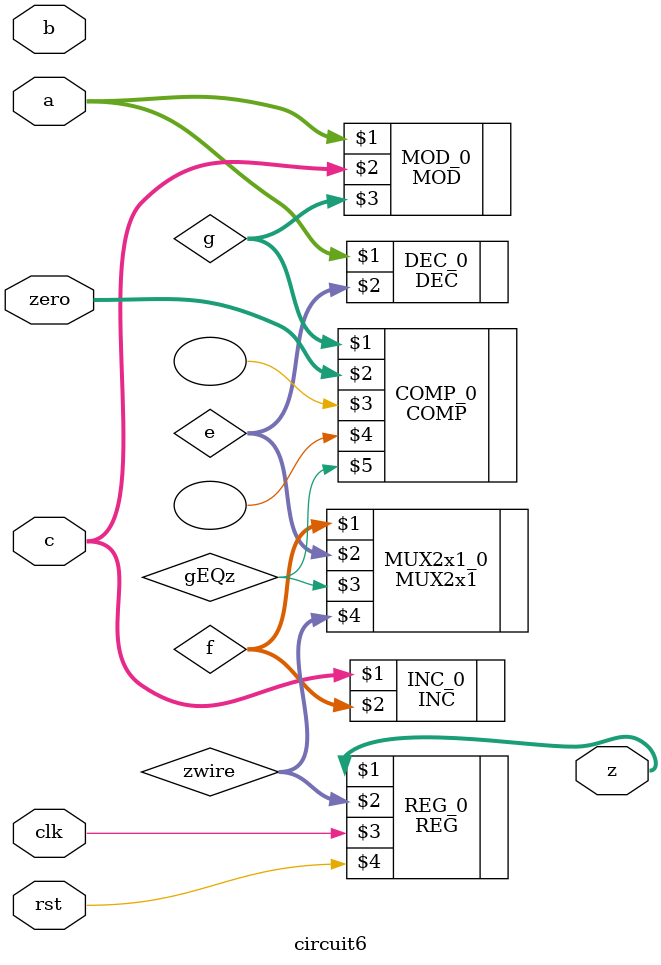
<source format=v>
`timescale 1ns / 1ns

module circuit6(a, b, c, zero, z, clk, rst);

        input  clk, rst;
        input  [63:0] a, b, c, zero;
        
        output [63:0] z;
        
        wire   [63:0] e, f, g, zwire;
        wire   gEQz;
        
        DEC    #(.DATAWIDTH(64)) DEC_0(a, e);                 // e = a - 1
        INC    #(.DATAWIDTH(64)) INC_0(c, f);                 // f = c + 1
        MOD    #(.DATAWIDTH(64)) MOD_0(a, c, g);              // g = a % c
        COMP   #(.DATAWIDTH(64)) COMP_0(g, zero, , ,gEQz);    // gEQz = g == zero
        MUX2x1 #(.DATAWIDTH(64)) MUX2x1_0(f, e, gEQz, zwire); // zwire = gEQz ? e : f
        REG    #(.DATAWIDTH(64)) REG_0(z, zwire, clk, rst);   // z = zwire
        
endmodule

</source>
